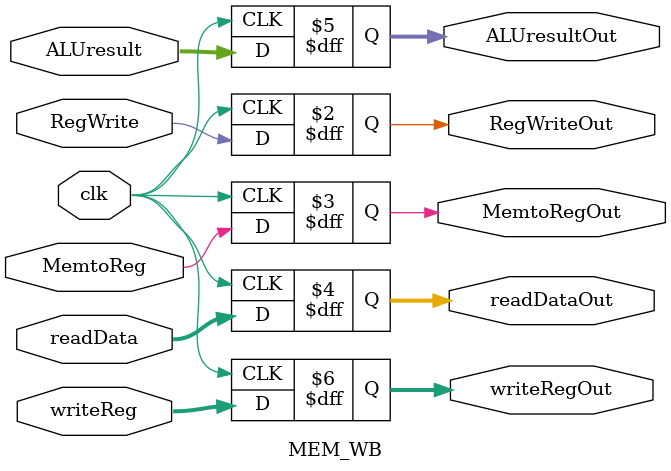
<source format=v>
module MEM_WB(RegWrite, MemtoReg,ALUresult,clk,readData,writeReg,RegWriteOut,MemtoRegOut,readDataOut,ALUresultOut,writeRegOut);
  
  input clk;
  input RegWrite, MemtoReg;
  input [4:0] writeReg;
  input [31:0] ALUresult, readData;
  output reg RegWriteOut, MemtoRegOut;
  output reg [31:0] readDataOut,ALUresultOut;
  output reg [4:0] writeRegOut;
  
  always@(posedge clk)
    begin
      RegWriteOut<=RegWrite;
      MemtoRegOut<=MemtoReg;
      readDataOut<=readData;
      ALUresultOut<=ALUresult;
      writeRegOut<=writeReg;
      
    end
  
  
endmodule
</source>
